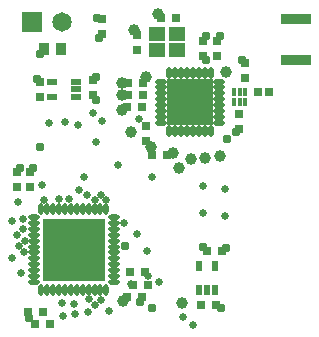
<source format=gts>
%FSTAX24Y24*%
%MOIN*%
G70*
G01*
G75*
G04 Layer_Color=8388736*
%ADD10R,0.0250X0.0200*%
%ADD11R,0.0200X0.0250*%
%ADD12R,0.0098X0.0217*%
%ADD13O,0.0110X0.0335*%
%ADD14O,0.0335X0.0110*%
%ADD15R,0.2008X0.2008*%
%ADD16R,0.0472X0.0394*%
%ADD17R,0.0472X0.0394*%
%ADD18R,0.0945X0.0295*%
%ADD19R,0.0236X0.0197*%
%ADD20R,0.0157X0.0276*%
%ADD21R,0.0276X0.0157*%
%ADD22R,0.1457X0.1457*%
%ADD23O,0.0335X0.0118*%
%ADD24O,0.0118X0.0335*%
%ADD25R,0.0276X0.0354*%
%ADD26C,0.0100*%
%ADD27C,0.0060*%
%ADD28C,0.0080*%
%ADD29C,0.0200*%
%ADD30C,0.0150*%
%ADD31C,0.0591*%
%ADD32R,0.0591X0.0591*%
%ADD33C,0.0200*%
%ADD34C,0.0250*%
%ADD35C,0.0330*%
%ADD36C,0.0400*%
%ADD37C,0.0300*%
%ADD38C,0.0590*%
%ADD39C,0.0300*%
%ADD40C,0.0350*%
%ADD41C,0.0400*%
%ADD42R,0.0236X0.0472*%
%ADD43O,0.0280X0.0091*%
%ADD44R,0.0280X0.0091*%
%ADD45R,0.0310X0.0260*%
%ADD46R,0.0260X0.0310*%
%ADD47R,0.0158X0.0277*%
%ADD48O,0.0170X0.0395*%
%ADD49O,0.0395X0.0170*%
%ADD50R,0.2068X0.2068*%
%ADD51R,0.0532X0.0454*%
%ADD52R,0.0532X0.0454*%
%ADD53R,0.1005X0.0355*%
%ADD54R,0.0296X0.0257*%
%ADD55R,0.0217X0.0336*%
%ADD56R,0.0336X0.0217*%
%ADD57R,0.1517X0.1517*%
%ADD58O,0.0395X0.0178*%
%ADD59O,0.0178X0.0395*%
%ADD60R,0.0336X0.0414*%
%ADD61C,0.0651*%
%ADD62R,0.0651X0.0651*%
%ADD63C,0.0260*%
%ADD64C,0.0310*%
%ADD65C,0.0390*%
D45*
X01716Y01184D02*
D03*
X01666D02*
D03*
X01338Y01054D02*
D03*
X01388D02*
D03*
X01365Y01095D02*
D03*
X01315D02*
D03*
X01912Y013D02*
D03*
X01962D02*
D03*
X01942Y0112D02*
D03*
X01892D02*
D03*
X01695Y01145D02*
D03*
X01645D02*
D03*
X0176Y02075D02*
D03*
X0181D02*
D03*
X017Y0186D02*
D03*
X0165D02*
D03*
X017Y0182D02*
D03*
X0165D02*
D03*
X01695Y0178D02*
D03*
X01645D02*
D03*
X0173Y0162D02*
D03*
X0178D02*
D03*
X01655Y0123D02*
D03*
X01705D02*
D03*
D46*
X01321Y01511D02*
D03*
Y01561D02*
D03*
X01277D02*
D03*
Y01511D02*
D03*
X01356Y01813D02*
D03*
Y01863D02*
D03*
X01531Y01868D02*
D03*
Y01818D02*
D03*
X0168Y0202D02*
D03*
Y0197D02*
D03*
X019Y0195D02*
D03*
Y02D02*
D03*
X0204Y01875D02*
D03*
Y01925D02*
D03*
X0202Y01705D02*
D03*
Y01755D02*
D03*
X01945Y0195D02*
D03*
Y02D02*
D03*
X0171Y01715D02*
D03*
Y01665D02*
D03*
X01562Y02021D02*
D03*
Y02071D02*
D03*
D47*
X020006Y017965D02*
D03*
X020203D02*
D03*
X0204D02*
D03*
X020006Y0183D02*
D03*
X020203D02*
D03*
X0204D02*
D03*
D48*
X0136Y0117D02*
D03*
X013797D02*
D03*
X013994D02*
D03*
X014191D02*
D03*
X014387D02*
D03*
X014584D02*
D03*
X014781D02*
D03*
X014978D02*
D03*
X015175D02*
D03*
X015372D02*
D03*
X015568D02*
D03*
X015765D02*
D03*
Y014377D02*
D03*
X015568D02*
D03*
X015372D02*
D03*
X015175D02*
D03*
X014978D02*
D03*
X014781D02*
D03*
X014584D02*
D03*
X014387D02*
D03*
X014191D02*
D03*
X013994D02*
D03*
X013797D02*
D03*
X0136D02*
D03*
D49*
X016021Y011956D02*
D03*
Y012153D02*
D03*
Y01235D02*
D03*
Y012546D02*
D03*
Y012743D02*
D03*
Y01294D02*
D03*
Y013137D02*
D03*
Y013334D02*
D03*
Y013531D02*
D03*
Y013728D02*
D03*
Y013924D02*
D03*
Y014121D02*
D03*
X013344D02*
D03*
Y013924D02*
D03*
Y013728D02*
D03*
Y013531D02*
D03*
Y013334D02*
D03*
Y013137D02*
D03*
Y01294D02*
D03*
Y012743D02*
D03*
Y012546D02*
D03*
Y01235D02*
D03*
Y012153D02*
D03*
Y011956D02*
D03*
D50*
X014683Y013039D02*
D03*
D51*
X018119Y0197D02*
D03*
Y020212D02*
D03*
X01745D02*
D03*
D52*
Y0197D02*
D03*
D53*
X0221Y020708D02*
D03*
Y01935D02*
D03*
D54*
X021197Y0183D02*
D03*
X020803D02*
D03*
D55*
X018864Y012504D02*
D03*
X019376D02*
D03*
Y011696D02*
D03*
X01912D02*
D03*
X018864D02*
D03*
D56*
X013956Y018124D02*
D03*
Y018636D02*
D03*
X014764D02*
D03*
Y01838D02*
D03*
Y018124D02*
D03*
D57*
X01855Y01795D02*
D03*
D58*
X017585Y018442D02*
D03*
Y018245D02*
D03*
Y018048D02*
D03*
Y017655D02*
D03*
Y017261D02*
D03*
X019515Y017852D02*
D03*
Y018048D02*
D03*
Y018245D02*
D03*
Y018442D02*
D03*
Y018639D02*
D03*
X017585Y017852D02*
D03*
Y017458D02*
D03*
Y018639D02*
D03*
X019515Y017261D02*
D03*
Y017458D02*
D03*
Y017655D02*
D03*
D59*
X017861Y016985D02*
D03*
X019239Y018915D02*
D03*
X019042D02*
D03*
X018845D02*
D03*
X018255D02*
D03*
X018058D02*
D03*
Y016985D02*
D03*
X018255D02*
D03*
X018452D02*
D03*
X018648D02*
D03*
X018845D02*
D03*
X019042D02*
D03*
X019239D02*
D03*
X017861Y018915D02*
D03*
X018648D02*
D03*
X018452D02*
D03*
D60*
X013675Y01971D02*
D03*
X014265D02*
D03*
D61*
X01427Y02062D02*
D03*
D62*
X01327D02*
D03*
D63*
X014735Y010895D02*
D03*
X015157Y010948D02*
D03*
X0147Y01123D02*
D03*
X01537Y01118D02*
D03*
X01657Y01189D02*
D03*
X01753Y01197D02*
D03*
X0144Y0173D02*
D03*
X01386Y01727D02*
D03*
X01864Y01052D02*
D03*
X01833Y01079D02*
D03*
X01367Y0147D02*
D03*
X01971Y01507D02*
D03*
Y01416D02*
D03*
X01899Y01424D02*
D03*
X019Y01516D02*
D03*
X01728Y01547D02*
D03*
X01616Y01584D02*
D03*
X01541Y01661D02*
D03*
X01483Y0172D02*
D03*
X01563Y01731D02*
D03*
X01532Y01759D02*
D03*
X01297Y01372D02*
D03*
X013Y01406D02*
D03*
X0128Y01352D02*
D03*
X01306Y01333D02*
D03*
X01303Y01294D02*
D03*
X01286Y01315D02*
D03*
X0143Y01126D02*
D03*
X01432Y01081D02*
D03*
X01585Y011D02*
D03*
X01711Y01299D02*
D03*
X01677Y01356D02*
D03*
X01362Y0152D02*
D03*
X01281Y01461D02*
D03*
X012603Y01399D02*
D03*
X01261Y01277D02*
D03*
X01293Y012267D02*
D03*
X01715Y01215D02*
D03*
X01635Y01393D02*
D03*
X01557Y01487D02*
D03*
X015765Y014685D02*
D03*
X01685Y0174D02*
D03*
X01417Y01471D02*
D03*
X01559Y01136D02*
D03*
X015175Y01139D02*
D03*
X015372Y014688D02*
D03*
X015025Y01545D02*
D03*
X01512Y01485D02*
D03*
X014847Y015009D02*
D03*
X01453Y01472D02*
D03*
D64*
X01688Y01128D02*
D03*
X0173Y01108D02*
D03*
X01346Y01873D02*
D03*
X01356Y01644D02*
D03*
X019Y01312D02*
D03*
X01464Y01308D02*
D03*
X01461Y01368D02*
D03*
X01466Y01242D02*
D03*
X01885Y01765D02*
D03*
X01815D02*
D03*
X01885Y0183D02*
D03*
X0182D02*
D03*
X0164Y01315D02*
D03*
X0191Y02015D02*
D03*
X0203Y01935D02*
D03*
X0201Y01695D02*
D03*
X01957Y0111D02*
D03*
X01976Y01308D02*
D03*
X01541Y01803D02*
D03*
Y01878D02*
D03*
X0191Y01935D02*
D03*
X01955Y02015D02*
D03*
X01332Y01575D02*
D03*
X01287Y01577D02*
D03*
X01318Y01074D02*
D03*
X0198Y01673D02*
D03*
X01546Y02076D02*
D03*
X01354Y01957D02*
D03*
X01553Y02009D02*
D03*
D65*
X01828Y01126D02*
D03*
X0175Y02089D02*
D03*
X016333Y011317D02*
D03*
X0163Y0186D02*
D03*
Y0177D02*
D03*
X01667Y02035D02*
D03*
X01975Y01895D02*
D03*
X0171Y0188D02*
D03*
X01725Y01645D02*
D03*
X0182Y01575D02*
D03*
X01905Y0161D02*
D03*
X01955Y01615D02*
D03*
X0166Y01695D02*
D03*
X018Y01625D02*
D03*
X0186Y01605D02*
D03*
X0163Y0182D02*
D03*
M02*

</source>
